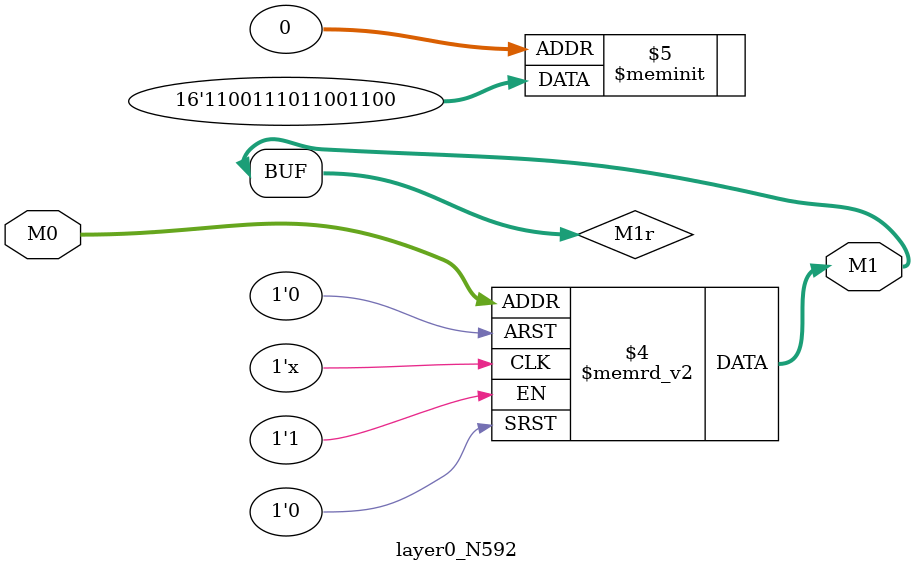
<source format=v>
module layer0_N592 ( input [2:0] M0, output [1:0] M1 );

	(*rom_style = "distributed" *) reg [1:0] M1r;
	assign M1 = M1r;
	always @ (M0) begin
		case (M0)
			3'b000: M1r = 2'b00;
			3'b100: M1r = 2'b10;
			3'b010: M1r = 2'b00;
			3'b110: M1r = 2'b00;
			3'b001: M1r = 2'b11;
			3'b101: M1r = 2'b11;
			3'b011: M1r = 2'b11;
			3'b111: M1r = 2'b11;

		endcase
	end
endmodule

</source>
